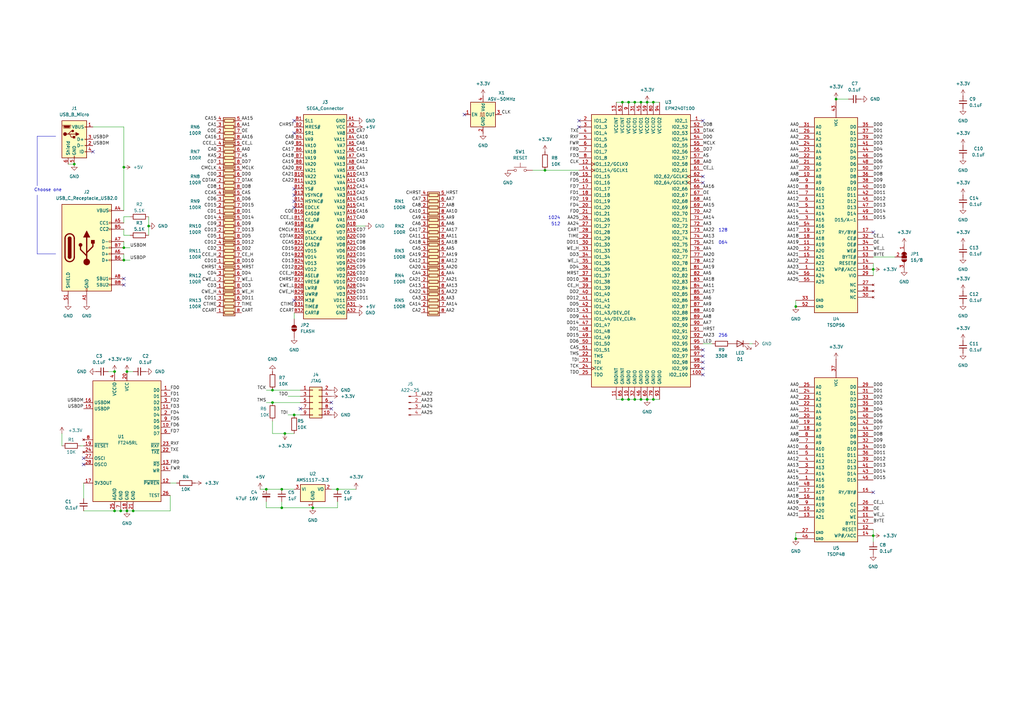
<source format=kicad_sch>
(kicad_sch (version 20250114) (generator "eeschema") (generator_version "9.0")
  (paper "A3")
  (title_block (date "2024-02-15") (company "JRBVZ"))
  (text "512" (at 229.87 92.71 0) (effects (font (size 1.27 1.27)) (justify right bottom)))
  (text "1024" (at 229.87 90.17 0) (effects (font (size 1.27 1.27)) (justify right bottom)))
  (text "128" (at 294.64 95.25 0) (effects (font (size 1.27 1.27)) (justify left bottom)))
  (text "064" (at 294.64 100.33 0) (effects (font (size 1.27 1.27)) (justify left bottom)))
  (text "256" (at 294.64 138.43 0) (effects (font (size 1.27 1.27)) (justify left bottom)))
  (text "Choose one" (at 13.97 78.74 0) (effects (font (size 1.27 1.27)) (justify left bottom)))
  (junction (at 262.89 41.91))
  (junction (at 358.14 219.71))
  (junction (at 342.9 40.64))
  (junction (at 257.81 163.83))
  (junction (at 54.61 209.55))
  (junction (at 52.07 209.55))
  (junction (at 260.35 41.91))
  (junction (at 30.48 67.31))
  (junction (at 115.57 200.66))
  (junction (at 115.57 208.28))
  (junction (at 111.76 165.1))
  (junction (at 120.65 170.18))
  (junction (at 128.27 208.28))
  (junction (at 49.53 209.55))
  (junction (at 50.8 68.58))
  (junction (at 265.43 163.83))
  (junction (at 50.8 101.6))
  (junction (at 326.39 125.73))
  (junction (at 138.43 200.66))
  (junction (at 358.14 110.49))
  (junction (at 255.27 41.91))
  (junction (at 265.43 41.91))
  (junction (at 46.99 152.4))
  (junction (at 223.52 69.85))
  (junction (at 267.97 41.91))
  (junction (at 262.89 163.83))
  (junction (at 111.76 160.02))
  (junction (at 116.84 177.8))
  (junction (at 326.39 220.98))
  (junction (at 267.97 163.83))
  (junction (at 257.81 41.91))
  (junction (at 109.22 200.66))
  (junction (at 52.07 152.4))
  (junction (at 60.96 92.71))
  (junction (at 260.35 163.83))
  (junction (at 255.27 163.83))
  (junction (at 46.99 209.55))
  (junction (at 50.8 106.68))
  (no_connect (at 288.29 49.53))
  (no_connect (at 190.5 46.99))
  (no_connect (at 120.65 54.61))
  (no_connect (at 38.1 62.23))
  (no_connect (at 288.29 146.05))
  (no_connect (at 288.29 153.67))
  (no_connect (at 288.29 148.59))
  (no_connect (at 358.14 95.25))
  (no_connect (at 135.89 167.64))
  (no_connect (at 288.29 143.51))
  (no_connect (at 120.65 77.47))
  (no_connect (at 120.65 123.19))
  (no_connect (at 120.65 80.01))
  (no_connect (at 237.49 52.07))
  (no_connect (at 120.65 82.55))
  (no_connect (at 358.14 201.93))
  (no_connect (at 50.8 116.84))
  (no_connect (at 135.89 165.1))
  (no_connect (at 288.29 74.93))
  (no_connect (at 120.65 49.53))
  (no_connect (at 237.49 49.53))
  (no_connect (at 123.19 167.64))
  (no_connect (at 120.65 85.09))
  (no_connect (at 288.29 151.13))
  (no_connect (at 34.29 187.96))
  (no_connect (at 50.8 114.3))
  (no_connect (at 288.29 72.39))
  (no_connect (at 34.29 190.5))
  (wire (pts (xy 116.84 177.8) (xy 120.65 177.8)))
  (wire (pts (xy 342.9 40.64) (xy 347.98 40.64)))
  (wire (pts (xy 358.14 217.17) (xy 358.14 219.71)))
  (wire (pts (xy 358.14 219.71) (xy 358.14 222.25)))
  (wire (pts (xy 138.43 205.74) (xy 138.43 208.28)))
  (wire (pts (xy 27.94 67.31) (xy 30.48 67.31)))
  (wire (pts (xy 257.81 163.83) (xy 260.35 163.83)))
  (wire (pts (xy 52.07 152.4) (xy 54.61 152.4)))
  (wire (pts (xy 358.14 110.49) (xy 358.14 113.03)))
  (wire (pts (xy 60.96 92.71) (xy 60.96 96.52)))
  (wire (pts (xy 69.85 209.55) (xy 54.61 209.55)))
  (wire (pts (xy 288.29 140.97) (xy 292.1 140.97)))
  (wire (pts (xy 138.43 200.66) (xy 146.05 200.66)))
  (wire (pts (xy 109.22 208.28) (xy 115.57 208.28)))
  (wire (pts (xy 106.68 200.66) (xy 109.22 200.66)))
  (polyline (pts (xy 15.24 55.88) (xy 22.86 55.88)))
  (wire (pts (xy 50.8 91.44) (xy 50.8 88.9)))
  (wire (pts (xy 60.96 88.9) (xy 60.96 92.71)))
  (wire (pts (xy 115.57 200.66) (xy 120.65 200.66)))
  (wire (pts (xy 118.11 170.18) (xy 120.65 170.18)))
  (wire (pts (xy 33.02 182.88) (xy 34.29 182.88)))
  (wire (pts (xy 111.76 172.72) (xy 111.76 177.8)))
  (wire (pts (xy 255.27 163.83) (xy 257.81 163.83)))
  (wire (pts (xy 255.27 41.91) (xy 257.81 41.91)))
  (wire (pts (xy 326.39 123.19) (xy 326.39 125.73)))
  (wire (pts (xy 50.8 96.52) (xy 53.34 96.52)))
  (wire (pts (xy 326.39 218.44) (xy 326.39 220.98)))
  (wire (pts (xy 25.4 177.8) (xy 25.4 182.88)))
  (wire (pts (xy 252.73 163.83) (xy 255.27 163.83)))
  (wire (pts (xy 38.1 52.07) (xy 50.8 52.07)))
  (wire (pts (xy 308.61 140.97) (xy 307.34 140.97)))
  (wire (pts (xy 115.57 208.28) (xy 128.27 208.28)))
  (wire (pts (xy 260.35 41.91) (xy 262.89 41.91)))
  (wire (pts (xy 120.65 170.18) (xy 123.19 170.18)))
  (wire (pts (xy 223.52 69.85) (xy 237.49 69.85)))
  (wire (pts (xy 358.14 105.41) (xy 367.03 105.41)))
  (polyline (pts (xy 15.24 104.14) (xy 22.86 104.14)))
  (wire (pts (xy 257.81 41.91) (xy 260.35 41.91)))
  (wire (pts (xy 52.07 209.55) (xy 54.61 209.55)))
  (wire (pts (xy 109.22 165.1) (xy 111.76 165.1)))
  (polyline (pts (xy 15.24 76.2) (xy 15.24 55.88)))
  (wire (pts (xy 218.44 69.85) (xy 223.52 69.85)))
  (wire (pts (xy 50.8 68.58) (xy 50.8 86.36)))
  (wire (pts (xy 34.29 209.55) (xy 46.99 209.55)))
  (wire (pts (xy 46.99 209.55) (xy 49.53 209.55)))
  (wire (pts (xy 267.97 41.91) (xy 270.51 41.91)))
  (wire (pts (xy 358.14 110.49) (xy 358.14 107.95)))
  (wire (pts (xy 267.97 163.83) (xy 270.51 163.83)))
  (wire (pts (xy 265.43 41.91) (xy 267.97 41.91)))
  (wire (pts (xy 53.34 101.6) (xy 50.8 101.6)))
  (wire (pts (xy 53.34 106.68) (xy 50.8 106.68)))
  (wire (pts (xy 50.8 52.07) (xy 50.8 68.58)))
  (wire (pts (xy 262.89 163.83) (xy 265.43 163.83)))
  (wire (pts (xy 50.8 93.98) (xy 50.8 96.52)))
  (wire (pts (xy 50.8 88.9) (xy 53.34 88.9)))
  (wire (pts (xy 265.43 163.83) (xy 267.97 163.83)))
  (wire (pts (xy 252.73 41.91) (xy 255.27 41.91)))
  (wire (pts (xy 49.53 209.55) (xy 52.07 209.55)))
  (wire (pts (xy 111.76 160.02) (xy 123.19 160.02)))
  (wire (pts (xy 118.11 162.56) (xy 123.19 162.56)))
  (wire (pts (xy 138.43 208.28) (xy 128.27 208.28)))
  (wire (pts (xy 50.8 101.6) (xy 50.8 99.06)))
  (wire (pts (xy 34.29 198.12) (xy 34.29 204.47)))
  (wire (pts (xy 50.8 106.68) (xy 50.8 104.14)))
  (wire (pts (xy 120.65 128.27) (xy 120.65 130.81)))
  (wire (pts (xy 69.85 198.12) (xy 72.39 198.12)))
  (wire (pts (xy 115.57 205.74) (xy 115.57 208.28)))
  (polyline (pts (xy 15.24 80.01) (xy 15.24 104.14)))
  (wire (pts (xy 44.45 152.4) (xy 46.99 152.4)))
  (wire (pts (xy 260.35 163.83) (xy 262.89 163.83)))
  (wire (pts (xy 149.86 92.71) (xy 146.05 92.71)))
  (wire (pts (xy 111.76 165.1) (xy 123.19 165.1)))
  (wire (pts (xy 262.89 41.91) (xy 265.43 41.91)))
  (wire (pts (xy 111.76 177.8) (xy 116.84 177.8)))
  (wire (pts (xy 109.22 160.02) (xy 111.76 160.02)))
  (wire (pts (xy 109.22 205.74) (xy 109.22 208.28)))
  (wire (pts (xy 69.85 203.2) (xy 69.85 209.55)))
  (wire (pts (xy 109.22 200.66) (xy 115.57 200.66)))
  (wire (pts (xy 135.89 200.66) (xy 138.43 200.66)))
  (label "FD3" (at 237.49 64.77 180))
  (label "CD3" (at 146.05 120.65 0))
  (label "DD4" (at 237.49 110.49 180))
  (label "COE" (at 120.65 87.63 180))
  (label "DD12" (at 237.49 123.19 180))
  (label "CHRST" (at 172.72 80.01 180))
  (label "CA17" (at 120.65 62.23 180))
  (label "AA23" (at 172.72 165.1 0))
  (label "FD2" (at 69.85 165.1 0))
  (label "AA5" (at 288.29 113.03 0))
  (label "AA21" (at 327.66 212.09 180))
  (label "CE_H" (at 237.49 118.11 180))
  (label "DD1" (at 99.06 87.63 0))
  (label "DD4" (at 358.14 62.23 0))
  (label "CD8" (at 88.9 77.47 180))
  (label "HRST" (at 288.29 135.89 0))
  (label "AA14" (at 182.88 125.73 0))
  (label "CD14" (at 88.9 90.17 180))
  (label "CD2" (at 146.05 113.03 0))
  (label "AA21" (at 288.29 100.33 0))
  (label "CA16" (at 88.9 57.15 180))
  (label "AA25" (at 237.49 90.17 180))
  (label "FD4" (at 237.49 85.09 180))
  (label "AA12" (at 327.66 189.23 180))
  (label "MRST" (at 99.06 110.49 0))
  (label "FWR" (at 237.49 59.69 180))
  (label "DD10" (at 358.14 77.47 0))
  (label "AA15" (at 327.66 196.85 180))
  (label "DD14" (at 358.14 87.63 0))
  (label "CD2" (at 88.9 102.87 180))
  (label "DD10" (at 237.49 115.57 180))
  (label "CD7" (at 146.05 95.25 0))
  (label "RXF" (at 69.85 182.88 0))
  (label "CART" (at 99.06 128.27 0))
  (label "COE" (at 88.9 54.61 180))
  (label "DD6" (at 358.14 67.31 0))
  (label "CD9" (at 146.05 107.95 0))
  (label "AA25" (at 172.72 170.18 0))
  (label "CD15" (at 120.65 102.87 180))
  (label "DD11" (at 358.14 80.01 0))
  (label "DD13" (at 358.14 191.77 0))
  (label "AS" (at 288.29 64.77 0))
  (label "AA10" (at 327.66 184.15 180))
  (label "CWE_L" (at 88.9 115.57 180))
  (label "FD5" (at 69.85 172.72 0))
  (label "DD7" (at 99.06 67.31 0))
  (label "DD9" (at 237.49 130.81 180))
  (label "CD7" (at 88.9 67.31 180))
  (label "TXE" (at 237.49 54.61 180))
  (label "AA0" (at 327.66 52.07 180))
  (label "AA17" (at 327.66 95.25 180))
  (label "CA21" (at 172.72 115.57 180))
  (label "CART" (at 237.49 95.25 180))
  (label "WE_L" (at 99.06 115.57 0))
  (label "AA1" (at 327.66 54.61 180))
  (label "DD11" (at 99.06 123.19 0))
  (label "CCART" (at 120.65 128.27 180))
  (label "CD13" (at 120.65 107.95 180))
  (label "AA2" (at 327.66 163.83 180))
  (label "CA0" (at 146.05 90.17 0))
  (label "AA3" (at 288.29 92.71 0))
  (label "RXF" (at 237.49 57.15 180))
  (label "CCE_L" (at 120.65 90.17 180))
  (label "AA3" (at 182.88 123.19 0))
  (label "AA6" (at 182.88 92.71 0))
  (label "AA19" (at 327.66 100.33 180))
  (label "FRD" (at 69.85 190.5 0))
  (label "CA9" (at 172.72 90.17 180))
  (label "DTAK" (at 288.29 54.61 0))
  (label "CD9" (at 88.9 92.71 180))
  (label "MCLK" (at 99.06 69.85 0))
  (label "CHRST" (at 120.65 52.07 180))
  (label "CD4" (at 88.9 113.03 180))
  (label "CA11" (at 146.05 62.23 0))
  (label "FD6" (at 237.49 72.39 180))
  (label "CA15" (at 146.05 82.55 0))
  (label "DD3" (at 99.06 118.11 0))
  (label "DD6" (at 237.49 140.97 180))
  (label "AA9" (at 327.66 181.61 180))
  (label "DD5" (at 237.49 125.73 180))
  (label "BYTE" (at 358.14 214.63 0))
  (label "CA17" (at 172.72 95.25 180))
  (label "CA3" (at 146.05 74.93 0))
  (label "CCAS" (at 120.65 100.33 180))
  (label "AA13" (at 182.88 118.11 0))
  (label "DD8" (at 288.29 52.07 0))
  (label "CD0" (at 88.9 72.39 180))
  (label "AA11" (at 182.88 97.79 0))
  (label "FD7" (at 237.49 77.47 180))
  (label "FWR" (at 69.85 193.04 0))
  (label "AA15" (at 288.29 85.09 0))
  (label "TDO" (at 118.11 162.56 180))
  (label "AA23" (at 288.29 138.43 0))
  (label "AA22" (at 327.66 107.95 180))
  (label "AA7" (at 288.29 133.35 0))
  (label "DD12" (at 358.14 189.23 0))
  (label "FD0" (at 69.85 160.02 0))
  (label "CA5" (at 172.72 102.87 180))
  (label "DD0" (at 99.06 72.39 0))
  (label "AA8" (at 327.66 72.39 180))
  (label "CA6" (at 146.05 59.69 0))
  (label "AA23" (at 327.66 110.49 180))
  (label "CMRST" (at 88.9 110.49 180))
  (label "DD6" (at 99.06 82.55 0))
  (label "AA6" (at 288.29 123.19 0))
  (label "AA3" (at 327.66 59.69 180))
  (label "AA2" (at 182.88 128.27 0))
  (label "TDO" (at 237.49 153.67 180))
  (label "DD0" (at 358.14 52.07 0))
  (label "DD7" (at 288.29 62.23 0))
  (label "FD5" (at 237.49 74.93 180))
  (label "AA16" (at 327.66 199.39 180))
  (label "AA16" (at 288.29 77.47 0))
  (label "AA12" (at 182.88 107.95 0))
  (label "DD8" (at 358.14 179.07 0))
  (label "AA7" (at 327.66 176.53 180))
  (label "CCAS" (at 88.9 80.01 180))
  (label "AA10" (at 327.66 77.47 180))
  (label "AA2" (at 288.29 87.63 0))
  (label "AA20" (at 327.66 209.55 180))
  (label "OE" (at 99.06 54.61 0))
  (label "AA12" (at 288.29 107.95 0))
  (label "AA5" (at 182.88 102.87 0))
  (label "CE_L" (at 99.06 59.69 0))
  (label "CA1" (at 88.9 52.07 180))
  (label "AA24" (at 237.49 92.71 180))
  (label "CA19" (at 120.65 67.31 180))
  (label "DD2" (at 358.14 163.83 0))
  (label "DD14" (at 358.14 194.31 0))
  (label "DD1" (at 358.14 161.29 0))
  (label "CA10" (at 172.72 87.63 180))
  (label "FD3" (at 69.85 167.64 0))
  (label "CTIME" (at 120.65 125.73 180))
  (label "CD12" (at 88.9 100.33 180))
  (label "DD0" (at 288.29 57.15 0))
  (label "CMCLK" (at 120.65 95.25 180))
  (label "CD12" (at 120.65 110.49 180))
  (label "DD13" (at 358.14 85.09 0))
  (label "FD0" (at 237.49 87.63 180))
  (label "FD6" (at 69.85 175.26 0))
  (label "CA3" (at 172.72 123.19 180))
  (label "AA5" (at 327.66 64.77 180))
  (label "CD5" (at 146.05 110.49 0))
  (label "CE_L" (at 358.14 207.01 0))
  (label "AA18" (at 182.88 100.33 0))
  (label "CWE_H" (at 120.65 120.65 180))
  (label "DD7" (at 358.14 69.85 0))
  (label "CA13" (at 146.05 72.39 0))
  (label "AA7" (at 182.88 82.55 0))
  (label "AA10" (at 288.29 128.27 0))
  (label "AA20" (at 288.29 105.41 0))
  (label "CD8" (at 146.05 100.33 0))
  (label "MRST" (at 237.49 113.03 180))
  (label "CA6" (at 172.72 92.71 180))
  (label "USBDP" (at 53.34 106.68 0))
  (label "CD13" (at 88.9 95.25 180))
  (label "AA0" (at 288.29 67.31 0))
  (label "AA8" (at 327.66 179.07 180))
  (label "AA0" (at 327.66 158.75 180))
  (label "CD1" (at 146.05 105.41 0))
  (label "CAS" (at 237.49 143.51 180))
  (label "WE_L" (at 358.14 212.09 0))
  (label "CA13" (at 172.72 118.11 180))
  (label "CA11" (at 172.72 97.79 180))
  (label "KAS" (at 120.65 92.71 180))
  (label "CA14" (at 172.72 125.73 180))
  (label "TIME" (at 99.06 125.73 0))
  (label "CLK" (at 205.74 46.99 0))
  (label "AA25" (at 327.66 115.57 180))
  (label "CA20" (at 120.65 69.85 180))
  (label "AA13" (at 327.66 85.09 180))
  (label "DD10" (at 358.14 184.15 0))
  (label "CD3" (at 88.9 118.11 180))
  (label "AA16" (at 327.66 92.71 180))
  (label "AA4" (at 327.66 168.91 180))
  (label "OE" (at 358.14 100.33 0))
  (label "CA12" (at 146.05 67.31 0))
  (label "CA8" (at 120.65 57.15 180))
  (label "CD4" (at 146.05 118.11 0))
  (label "CD5" (at 88.9 97.79 180))
  (label "CA1" (at 146.05 85.09 0))
  (label "BYTE" (at 358.14 105.41 0))
  (label "AA19" (at 327.66 207.01 180))
  (label "CA18" (at 172.72 100.33 180))
  (label "DD1" (at 237.49 135.89 180))
  (label "AA9" (at 327.66 74.93 180))
  (label "CD15" (at 88.9 85.09 180))
  (label "CE_L" (at 358.14 97.79 0))
  (label "CDTAK" (at 88.9 74.93 180))
  (label "AA4" (at 182.88 113.03 0))
  (label "CA2" (at 172.72 128.27 180))
  (label "CLK" (at 237.49 67.31 180))
  (label "AA5" (at 327.66 171.45 180))
  (label "AA21" (at 182.88 115.57 0))
  (label "DD8" (at 358.14 72.39 0))
  (label "CA4" (at 172.72 113.03 180))
  (label "WE_H" (at 237.49 102.87 180))
  (label "CD14" (at 120.65 105.41 180))
  (label "DD2" (at 237.49 120.65 180))
  (label "AA1" (at 288.29 82.55 0))
  (label "DD5" (at 99.06 97.79 0))
  (label "DD13" (at 237.49 128.27 180))
  (label "AA13" (at 327.66 191.77 180))
  (label "AA11" (at 327.66 186.69 180))
  (label "WE_L" (at 358.14 102.87 0))
  (label "CA10" (at 146.05 57.15 0))
  (label "CD11" (at 146.05 123.19 0))
  (label "DD13" (at 99.06 95.25 0))
  (label "USBDM" (at 38.1 59.69 0))
  (label "AA13" (at 288.29 97.79 0))
  (label "CA8" (at 172.72 85.09 180))
  (label "AA4" (at 327.66 62.23 180))
  (label "TDI" (at 118.11 170.18 180))
  (label "WE_L" (at 237.49 107.95 180))
  (label "CWE_L" (at 120.65 118.11 180))
  (label "AA20" (at 182.88 110.49 0))
  (label "DD2" (at 358.14 57.15 0))
  (label "CD0" (at 146.05 97.79 0))
  (label "DTAK" (at 99.06 74.93 0))
  (label "TIME" (at 237.49 97.79 180))
  (label "DD0" (at 358.14 158.75 0))
  (label "AA20" (at 327.66 102.87 180))
  (label "AA8" (at 182.88 85.09 0))
  (label "FD7" (at 69.85 177.8 0))
  (label "DD4" (at 358.14 168.91 0))
  (label "DD7" (at 358.14 176.53 0))
  (label "CCART" (at 88.9 128.27 180))
  (label "DD15" (at 237.49 138.43 180))
  (label "AA24" (at 172.72 167.64 0))
  (label "DD15" (at 99.06 85.09 0))
  (label "DD11" (at 237.49 100.33 180))
  (label "TDI" (at 237.49 148.59 180))
  (label "CA5" (at 146.05 64.77 0))
  (label "AA6" (at 327.66 173.99 180))
  (label "USBDM" (at 34.29 165.1 180))
  (label "CAS" (at 99.06 80.01 0))
  (label "AA11" (at 327.66 80.01 180))
  (label "AA14" (at 288.29 90.17 0))
  (label "FD4" (at 69.85 170.18 0))
  (label "DD12" (at 99.06 100.33 0))
  (label "AA1" (at 99.06 52.07 0))
  (label "AA15" (at 327.66 90.17 180))
  (label "DD6" (at 358.14 173.99 0))
  (label "AA15" (at 99.06 49.53 0))
  (label "TCK" (at 237.49 151.13 180))
  (label "AA6" (at 327.66 67.31 180))
  (label "OE" (at 288.29 80.01 0))
  (label "DD15" (at 358.14 90.17 0))
  (label "DD9" (at 99.06 92.71 0))
  (label "CA22" (at 172.72 120.65 180))
  (label "AA1" (at 327.66 161.29 180))
  (label "CCE_H" (at 88.9 105.41 180))
  (label "DD14" (at 99.06 90.17 0))
  (label "DD8" (at 99.06 77.47 0))
  (label "USBDP" (at 38.1 57.15 0))
  (label "AA14" (at 327.66 194.31 180))
  (label "DD10" (at 99.06 107.95 0))
  (label "CA21" (at 120.65 72.39 180))
  (label "CA7" (at 146.05 54.61 0))
  (label "CA22" (at 120.65 74.93 180))
  (label "AA14" (at 327.66 87.63 180))
  (label "AA22" (at 288.29 95.25 0))
  (label "TMS" (at 237.49 146.05 180))
  (label "DD1" (at 358.14 54.61 0))
  (label "DD11" (at 358.14 186.69 0))
  (label "CA0" (at 88.9 62.23 180))
  (label "WE_H" (at 99.06 120.65 0))
  (label "DD3" (at 237.49 105.41 180))
  (label "AA4" (at 288.29 102.87 0))
  (label "DD5" (at 358.14 171.45 0))
  (label "DD9" (at 358.14 181.61 0))
  (label "AA22" (at 182.88 120.65 0))
  (label "USBDP" (at 34.29 167.64 180))
  (label "CA12" (at 172.72 107.95 180))
  (label "DD3" (at 358.14 59.69 0))
  (label "CE_H" (at 99.06 105.41 0))
  (label "CA18" (at 120.65 64.77 180))
  (label "CE_L" (at 288.29 69.85 0))
  (label "AA0" (at 99.06 62.23 0))
  (label "LED" (at 288.29 140.97 0))
  (label "AA2" (at 327.66 57.15 180))
  (label "CD6" (at 146.05 102.87 0))
  (label "CA2" (at 146.05 80.01 0))
  (label "CA15" (at 88.9 49.53 180))
  (label "AA18" (at 327.66 97.79 180))
  (label "AA24" (at 327.66 113.03 180))
  (label "DD2" (at 99.06 102.87 0))
  (label "AA9" (at 288.29 125.73 0))
  (label "DD9" (at 358.14 74.93 0))
  (label "CA9" (at 120.65 59.69 180))
  (label "FD1" (at 69.85 162.56 0))
  (label "CA7" (at 172.72 82.55 180))
  (label "AA18" (at 327.66 204.47 180))
  (label "OE" (at 358.14 209.55 0))
  (label "DD3" (at 358.14 166.37 0))
  (label "DD4" (at 99.06 113.03 0))
  (label "DD15" (at 358.14 196.85 0))
  (label "DD12" (at 358.14 82.55 0))
  (label "AA9" (at 182.88 90.17 0))
  (label "CD6" (at 88.9 82.55 180))
  (label "TMS" (at 109.22 165.1 180))
  (label "AA16" (at 99.06 57.15 0))
  (label "AA18" (at 288.29 115.57 0))
  (label "AA12" (at 327.66 82.55 180))
  (label "CA19" (at 172.72 105.41 180))
  (label "AA19" (at 288.29 110.49 0))
  (label "AA11" (at 288.29 118.11 0))
  (label "CD1" (at 88.9 87.63 180))
  (label "KAS" (at 88.9 64.77 180))
  (label "DD5" (at 358.14 64.77 0))
  (label "AA10" (at 182.88 87.63 0))
  (label "FD1" (at 237.49 80.01 180))
  (label "AA3" (at 327.66 166.37 180))
  (label "HRST" (at 182.88 80.01 0))
  (label "AA17" (at 182.88 95.25 0))
  (label "AA17" (at 327.66 201.93 180))
  (label "CMCLK" (at 88.9 69.85 180))
  (label "CTIME" (at 88.9 125.73 180))
  (label "CD10" (at 88.9 107.95 180))
  (label "CCE_L" (at 88.9 59.69 180))
  (label "CWE_H" (at 88.9 120.65 180))
  (label "CA14" (at 146.05 77.47 0))
  (label "AA8" (at 288.29 130.81 0))
  (label "CD11" (at 88.9 123.19 180))
  (label "MCLK" (at 288.29 59.69 0))
  (label "CDTAK" (at 120.65 97.79 180))
  (label "CA20" (at 172.72 110.49 180))
  (label "FRD" (at 237.49 62.23 180))
  (label "AA21" (at 327.66 105.41 180))
  (label "FD2" (at 237.49 82.55 180))
  (label "CMRST" (at 120.65 115.57 180))
  (label "AA22" (at 172.72 162.56 0))
  (label "TXE" (at 69.85 185.42 0))
  (label "CA16" (at 146.05 87.63 0))
  (label "CD10" (at 146.05 115.57 0))
  (label "TCK" (at 109.22 160.02 180))
  (label "CA4" (at 146.05 69.85 0))
  (label "AA17" (at 288.29 120.65 0))
  (label "DD14" (at 237.49 133.35 180))
  (label "USBDM" (at 53.34 101.6 0))
  (label "CCE_H" (at 120.65 113.03 180))
  (label "AA19" (at 182.88 105.41 0))
  (label "AS" (at 99.06 64.77 0))
  (label "AA7" (at 327.66 69.85 180))
  (symbol (lib_id "power:+3.3V") (at 394.97 39.37 0) (unit 1)
    (property "Reference" "#PWR045" (effects (hide yes)))
    (property "Value" "+3.3V" (at 394.97 34.29 0))
  )
  (symbol (lib_id "Device:C_Small") (at 41.91 152.4 90) (unit 1)
    (property "Reference" "C3" (at 40.64 146.05 90))
    (property "Value" "0.1uF" (at 40.64 148.59 90))
    (property "Footprint" "Capacitor_SMD:C_0603_1608Metric" (effects (hide yes)))
  )
  (symbol (lib_id "Device:R_Pack04") (at 177.8 113.03 270) (mirror x) (unit 1)
    (property "Reference" "RN4" (at 163.83 113.03 90))
    (property "Value" "100R" (at 163.83 115.57 90))
    (property "Footprint" "Resistor_SMD:R_Array_Convex_4x0603" (effects (hide yes)))
  )
  (symbol (lib_id "power:GND") (at 198.12 54.61 0) (unit 1)
    (property "Reference" "#PWR029" (effects (hide yes)))
    (property "Value" "GND" (at 198.12 59.69 0))
  )
  (symbol (lib_id "SEGAv2:FT245RL") (at 52.07 182.88 0) (unit 1)
    (property "Reference" "U1" (at 48.26 179.07 0) (effects (justify left)))
    (property "Value" "FT245RL" (at 48.26 181.61 0) (effects (justify left)))
    (property "Footprint" "Package_SO:SSOP-28_5.3x10.2mm_P0.65mm" (effects (hide yes)))
    (property "Datasheet" "https://www.ftdichip.com/Support/Documents/DataSheets/ICs/DS_FT245RL.pdf" (effects (hide yes)))
  )
  (symbol (lib_id "power:GND") (at 146.05 128.27 90) (unit 1)
    (property "Reference" "#PWR025" (effects (hide yes)))
    (property "Value" "GND" (at 149.86 128.27 90) (effects (justify right)))
  )
  (symbol (lib_id "Device:R") (at 111.76 156.21 0) (unit 1)
    (property "Reference" "R7" (at 114.3 154.9399 0) (effects (justify left)))
    (property "Value" "10K" (at 114.3 157.4799 0) (effects (justify left)))
    (property "Footprint" "Resistor_SMD:R_0805_2012Metric" (effects (hide yes)))
  )
  (symbol (lib_id "power:+3.3V") (at 394.97 100.33 0) (unit 1)
    (property "Reference" "#PWR051" (effects (hide yes)))
    (property "Value" "+3.3V" (at 394.97 95.25 0))
  )
  (symbol (lib_id "Device:R_Pack04") (at 93.98 72.39 270) (mirror x) (unit 1)
    (property "Reference" "RN8" (at 80.01 72.39 90))
    (property "Value" "100R" (at 80.01 74.93 90))
    (property "Footprint" "Resistor_SMD:R_Array_Convex_4x0603" (effects (hide yes)))
  )
  (symbol (lib_id "power:GND") (at 59.69 152.4 90) (unit 1)
    (property "Reference" "#PWR010" (effects (hide yes)))
    (property "Value" "GND" (at 63.5 152.4 90) (effects (justify right)))
  )
  (symbol (lib_id "power:+3.3V") (at 358.14 110.49 270) (unit 1)
    (property "Reference" "#PWR040" (effects (hide yes)))
    (property "Value" "+3.3V" (at 361.95 110.49 90) (effects (justify left)))
  )
  (symbol (lib_id "CPLD_Altera:EPM240T100") (at 262.89 102.87 0) (unit 1)
    (property "Reference" "U3" (at 272.7041 41.91 0) (effects (justify left)))
    (property "Value" "EPM240T100" (at 272.7041 44.45 0) (effects (justify left)))
    (property "Footprint" "Package_QFP:LQFP-100_14x14mm_P0.5mm" (effects (hide yes)))
    (property "Datasheet" "https://www.altera.com/content/dam/altera-www/global/en_US/pdfs/literature/hb/max2/max2_mii5v1.pdf" (effects (hide yes)))
  )
  (symbol (lib_id "power:GND") (at 27.94 124.46 0) (unit 1)
    (property "Reference" "#PWR02" (effects (hide yes)))
    (property "Value" "GND" (at 27.94 129.54 0))
  )
  (symbol (lib_id "Jumper:SolderJumper_3_Bridged12") (at 370.84 105.41 270) (unit 1) (in_bom no)
    (property "Reference" "JP1" (at 373.38 104.14 90) (effects (justify left)))
    (property "Value" "16/8" (at 373.38 106.68 90) (effects (justify left)))
    (property "Footprint" "Jumper:SolderJumper-3_P1.3mm_Bridged12_RoundedPad1.0x1.5mm" (effects (hide yes)))
  )
  (symbol (lib_id "Device:R_Pack04") (at 177.8 123.19 270) (mirror x) (unit 1)
    (property "Reference" "RN5" (at 163.83 123.19 90))
    (property "Value" "100R" (at 163.83 125.73 90))
    (property "Footprint" "Resistor_SMD:R_Array_Convex_4x0603" (effects (hide yes)))
  )
  (symbol (lib_id "Device:C_Small") (at 115.57 203.2 0) (unit 1)
    (property "Reference" "C5" (at 118.11 201.9362 0) (effects (justify left)))
    (property "Value" "1uF" (at 118.11 204.4762 0) (effects (justify left)))
    (property "Footprint" "Capacitor_SMD:C_0805_2012Metric" (effects (hide yes)))
  )
  (symbol (lib_id "power:GND") (at 326.39 125.73 0) (unit 1)
    (property "Reference" "#PWR035" (effects (hide yes)))
    (property "Value" "GND" (at 326.39 130.81 0))
  )
  (symbol (lib_id "Device:R_Pack04") (at 93.98 82.55 270) (mirror x) (unit 1)
    (property "Reference" "RN9" (at 80.01 82.55 90))
    (property "Value" "100R" (at 80.01 85.09 90))
    (property "Footprint" "Resistor_SMD:R_Array_Convex_4x0603" (effects (hide yes)))
  )
  (symbol (lib_id "power:GND") (at 30.48 67.31 0) (unit 1)
    (property "Reference" "#PWR03" (effects (hide yes)))
    (property "Value" "GND" (at 30.48 72.39 0))
  )
  (symbol (lib_id "power:GND") (at 326.39 220.98 0) (unit 1)
    (property "Reference" "#PWR036" (effects (hide yes)))
    (property "Value" "GND" (at 326.39 226.06 0))
  )
  (symbol (lib_id "Device:R_Pack04") (at 177.8 92.71 270) (mirror x) (unit 1)
    (property "Reference" "RN2" (at 163.83 92.71 90))
    (property "Value" "100R" (at 163.83 95.25 90))
    (property "Footprint" "Resistor_SMD:R_Array_Convex_4x0603" (effects (hide yes)))
  )
  (symbol (lib_id "power:+3.3V") (at 80.01 198.12 270) (unit 1)
    (property "Reference" "#PWR012" (effects (hide yes)))
    (property "Value" "+3.3V" (at 83.82 198.12 90) (effects (justify left)))
  )
  (symbol (lib_id "power:+3.3V") (at 342.9 40.64 0) (unit 1)
    (property "Reference" "#PWR037" (effects (hide yes)))
    (property "Value" "+3.3V" (at 342.9 35.56 0))
  )
  (symbol (lib_id "Device:R_Pack04") (at 93.98 113.03 270) (mirror x) (unit 1)
    (property "Reference" "RN12" (at 80.01 113.03 90))
    (property "Value" "100R" (at 80.01 115.57 90))
    (property "Footprint" "Resistor_SMD:R_Array_Convex_4x0603" (effects (hide yes)))
  )
  (symbol (lib_id "power:+3.3V") (at 394.97 119.38 0) (unit 1)
    (property "Reference" "#PWR053" (effects (hide yes)))
    (property "Value" "+3.3V" (at 394.97 114.3 0))
  )
  (symbol (lib_id "Device:C_Polarized_Small") (at 109.22 203.2 0) (unit 1)
    (property "Reference" "C4" (at 102.87 201.93 0) (effects (justify left)))
    (property "Value" "47uF 16V" (at 96.52 204.47 0) (effects (justify left)))
    (property "Footprint" "Capacitor_THT:CP_Radial_D5.0mm_P2.00mm" (effects (hide yes)))
  )
  (symbol (lib_id "power:+3.3V") (at 198.12 39.37 0) (unit 1)
    (property "Reference" "#PWR028" (effects (hide yes)))
    (property "Value" "+3.3V" (at 198.12 34.29 0))
  )
  (symbol (lib_id "power:GND") (at 208.28 69.85 0) (unit 1)
    (property "Reference" "#PWR030" (effects (hide yes)))
    (property "Value" "GND" (at 208.28 74.93 0))
  )
  (symbol (lib_id "power:+3.3V") (at 135.89 162.56 270) (unit 1)
    (property "Reference" "#PWR020" (effects (hide yes)))
    (property "Value" "+3.3V" (at 139.7 162.56 90) (effects (justify left)))
  )
  (symbol (lib_id "Device:C_Small") (at 358.14 224.79 180) (unit 1)
    (property "Reference" "C8" (at 360.68 223.5135 0) (effects (justify right)))
    (property "Value" "0.1uF" (at 360.68 226.0535 0) (effects (justify right)))
    (property "Footprint" "Capacitor_SMD:C_0603_1608Metric" (effects (hide yes)))
  )
  (symbol (lib_id "power:+5V") (at 146.05 125.73 270) (unit 1)
    (property "Reference" "#PWR024" (effects (hide yes)))
    (property "Value" "+5V" (at 149.86 125.73 90) (effects (justify left)))
  )
  (symbol (lib_id "Device:R") (at 120.65 173.99 0) (unit 1)
    (property "Reference" "R5" (at 121.92 172.72 0) (effects (justify left)))
    (property "Value" "10K" (at 121.92 175.26 0) (effects (justify left)))
    (property "Footprint" "Resistor_SMD:R_0805_2012Metric" (effects (hide yes)))
  )
  (symbol (lib_id "power:GND") (at 394.97 44.45 0) (unit 1)
    (property "Reference" "#PWR046" (effects (hide yes)))
    (property "Value" "GND" (at 394.97 49.53 0))
  )
  (symbol (lib_id "Jumper:SolderJumper_2_Open") (at 120.65 134.62 90) (unit 1) (in_bom no)
    (property "Reference" "JP2" (at 123.19 133.3499 90) (effects (justify right)))
    (property "Value" "FLASH" (at 123.19 135.8899 90) (effects (justify right)))
    (property "Footprint" "Jumper:SolderJumper-2_P1.3mm_Open_RoundedPad1.0x1.5mm" (effects (hide yes)))
    (property "Description" "Solder Jumper, 2-pole, open" (effects (hide yes)))
  )
  (symbol (lib_id "power:+3.3V") (at 25.4 177.8 0) (unit 1)
    (property "Reference" "#PWR01" (effects (hide yes)))
    (property "Value" "+3.3V" (at 27.94 176.53 0) (effects (justify left)))
  )
  (symbol (lib_id "power:GND") (at 394.97 124.46 0) (unit 1)
    (property "Reference" "#PWR054" (effects (hide yes)))
    (property "Value" "GND" (at 394.97 129.54 0))
  )
  (symbol (lib_id "power:GND") (at 135.89 170.18 90) (unit 1)
    (property "Reference" "#PWR021" (effects (hide yes)))
    (property "Value" "GND" (at 139.7 170.18 90) (effects (justify right)))
  )
  (symbol (lib_id "Oscillator:ASV-xxxMHz") (at 198.12 46.99 0) (unit 1)
    (property "Reference" "X1" (at 205.74 38.1 0))
    (property "Value" "ASV-50MHz" (at 205.74 40.64 0))
    (property "Footprint" "Oscillator:Oscillator_SMD_Abracon_ASV-4Pin_7.0x5.1mm" (effects (hide yes)))
    (property "Datasheet" "http://www.abracon.com/Oscillators/ASV.pdf" (effects (hide yes)))
  )
  (symbol (lib_id "Connector_Generic:Conn_02x05_Odd_Even") (at 128.27 165.1 0) (unit 1) (in_bom no)
    (property "Reference" "J4" (at 129.54 153.67 0))
    (property "Value" "JTAG" (at 129.54 156.21 0))
    (property "Footprint" "Connector_PinHeader_2.54mm:PinHeader_2x05_P2.54mm_Vertical" (effects (hide yes)))
  )
  (symbol (lib_id "power:+3.3V") (at 394.97 59.69 0) (unit 1)
    (property "Reference" "#PWR047" (effects (hide yes)))
    (property "Value" "+3.3V" (at 394.97 54.61 0))
  )
  (symbol (lib_id "power:+5V") (at 146.05 52.07 270) (unit 1)
    (property "Reference" "#PWR023" (effects (hide yes)))
    (property "Value" "+5V" (at 149.86 52.07 90) (effects (justify left)))
  )
  (symbol (lib_id "Device:C_Small") (at 394.97 41.91 0) (unit 1)
    (property "Reference" "C9" (at 397.51 40.6462 0) (effects (justify left)))
    (property "Value" "0.1uF" (at 397.51 43.1862 0) (effects (justify left)))
    (property "Footprint" "Capacitor_SMD:C_0603_1608Metric" (effects (hide yes)))
  )
  (symbol (lib_id "power:GND") (at 394.97 64.77 0) (unit 1)
    (property "Reference" "#PWR048" (effects (hide yes)))
    (property "Value" "GND" (at 394.97 69.85 0))
  )
  (symbol (lib_id "power:GND") (at 265.43 163.83 0) (unit 1)
    (property "Reference" "#PWR033" (effects (hide yes)))
    (property "Value" "GND" (at 265.43 168.91 0))
  )
  (symbol (lib_id "Device:R") (at 29.21 182.88 90) (unit 1)
    (property "Reference" "R1" (at 29.21 180.34 90))
    (property "Value" "10K" (at 29.21 185.42 90))
    (property "Footprint" "Resistor_SMD:R_0805_2012Metric" (effects (hide yes)))
  )
  (symbol (lib_id "Device:R") (at 111.76 168.91 0) (unit 1)
    (property "Reference" "R6" (at 106.68 167.64 0) (effects (justify left)))
    (property "Value" "10K" (at 106.68 170.18 0) (effects (justify left)))
    (property "Footprint" "Resistor_SMD:R_0805_2012Metric" (effects (hide yes)))
  )
  (symbol (lib_id "power:+3.3V") (at 46.99 152.4 0) (unit 1)
    (property "Reference" "#PWR06" (effects (hide yes)))
    (property "Value" "+3.3V" (at 46.99 147.32 0))
  )
  (symbol (lib_id "power:+5V") (at 52.07 152.4 0) (unit 1)
    (property "Reference" "#PWR08" (effects (hide yes)))
    (property "Value" "+5V" (at 52.07 147.32 0))
  )
  (symbol (lib_id "power:+3.3V") (at 358.14 219.71 270) (unit 1)
    (property "Reference" "#PWR041" (effects (hide yes)))
    (property "Value" "+3.3V" (at 361.95 219.71 90) (effects (justify left)))
  )
  (symbol (lib_id "power:GND") (at 394.97 105.41 0) (unit 1)
    (property "Reference" "#PWR052" (effects (hide yes)))
    (property "Value" "GND" (at 394.97 110.49 0))
  )
  (symbol (lib_id "Regulator_Linear:AMS1117-3.3") (at 128.27 200.66 0) (unit 1)
    (property "Reference" "U2" (at 128.27 194.31 0))
    (property "Value" "AMS1117-3.3" (at 128.27 196.85 0))
    (property "Footprint" "Package_TO_SOT_SMD:SOT-223-3_TabPin2" (effects (hide yes)))
    (property "Datasheet" "http://www.advanced-monolithic.com/pdf/ds1117.pdf" (effects (hide yes)))
  )
  (symbol (lib_id "power:+3.3V") (at 394.97 139.7 0) (unit 1)
    (property "Reference" "#PWR055" (effects (hide yes)))
    (property "Value" "+3.3V" (at 394.97 134.62 0))
  )
  (symbol (lib_id "power:+3.3V") (at 146.05 200.66 0) (unit 1)
    (property "Reference" "#PWR026" (effects (hide yes)))
    (property "Value" "+3.3V" (at 146.05 195.58 0))
  )
  (symbol (lib_id "Device:C_Small") (at 138.43 203.2 0) (unit 1)
    (property "Reference" "C6" (at 140.97 201.9362 0) (effects (justify left)))
    (property "Value" "1uF" (at 140.97 204.4762 0) (effects (justify left)))
    (property "Footprint" "Capacitor_SMD:C_0805_2012Metric" (effects (hide yes)))
  )
  (symbol (lib_id "Device:R_Pack04") (at 93.98 92.71 270) (mirror x) (unit 1)
    (property "Reference" "RN10" (at 80.01 92.71 90))
    (property "Value" "100R" (at 80.01 95.25 90))
    (property "Footprint" "Resistor_SMD:R_Array_Convex_4x0603" (effects (hide yes)))
  )
  (symbol (lib_id "Device:C_Small") (at 394.97 142.24 0) (unit 1)
    (property "Reference" "C11" (at 397.51 140.9762 0) (effects (justify left)))
    (property "Value" "0.1uF" (at 397.51 143.5162 0) (effects (justify left)))
    (property "Footprint" "Capacitor_SMD:C_0603_1608Metric" (effects (hide yes)))
  )
  (symbol (lib_id "Device:R_Pack04") (at 93.98 52.07 270) (mirror x) (unit 1)
    (property "Reference" "RN6" (at 80.01 52.07 90))
    (property "Value" "100R" (at 80.01 54.61 90))
    (property "Footprint" "Resistor_SMD:R_Array_Convex_4x0603" (effects (hide yes)))
  )
  (symbol (lib_id "power:GND") (at 353.06 40.64 90) (unit 1)
    (property "Reference" "#PWR039" (effects (hide yes)))
    (property "Value" "GND" (at 356.87 40.64 90) (effects (justify right)))
  )
  (symbol (lib_id "Device:R_Pack04") (at 93.98 123.19 270) (mirror x) (unit 1)
    (property "Reference" "RN13" (at 80.01 123.19 90))
    (property "Value" "100R" (at 80.01 125.73 90))
    (property "Footprint" "Resistor_SMD:R_Array_Convex_4x0603" (effects (hide yes)))
  )
  (symbol (lib_id "SEGAv2:Memory_Flash_29GL01G") (at 342.9 77.47 0) (unit 1) (in_bom no)
    (property "Reference" "U4" (at 342.9 130.81 0))
    (property "Value" "TSOP56" (at 342.9 133.35 0))
    (property "Footprint" "SEGA_lib:TSOP56-DIP_P2.54mm" (effects (hide yes)))
  )
  (symbol (lib_id "Device:LED") (at 303.53 140.97 0) (mirror y) (unit 1)
    (property "Reference" "D1" (at 303.53 147.32 0))
    (property "Value" "LED" (at 303.53 144.78 0))
    (property "Footprint" "LED_SMD:LED_0805_2012Metric" (effects (hide yes)))
    (property "Sim.Pins" "1=K 2=A" (effects (hide yes)))
  )
  (symbol (lib_id "Device:C_Small") (at 350.52 40.64 90) (unit 1)
    (property "Reference" "C7" (at 350.5263 34.29 90))
    (property "Value" "0.1uF" (at 350.5263 36.83 90))
    (property "Footprint" "Capacitor_SMD:C_0603_1608Metric" (effects (hide yes)))
  )
  (symbol (lib_id "power:GND") (at 128.27 208.28 0) (unit 1)
    (property "Reference" "#PWR018" (effects (hide yes)))
    (property "Value" "GND" (at 128.27 213.36 0))
  )
  (symbol (lib_id "power:+3.3V") (at 265.43 41.91 0) (unit 1)
    (property "Reference" "#PWR032" (effects (hide yes)))
    (property "Value" "+3.3V" (at 265.43 36.83 0))
  )
  (symbol (lib_id "Connector:USB_C_Receptacle_USB2.0_16P") (at 35.56 101.6 0) (unit 1)
    (property "Reference" "J2" (at 35.56 78.74 0))
    (property "Value" "USB_C_Receptacle_USB2.0" (at 35.56 81.28 0))
    (property "Footprint" "Connector_USB:USB_C_Receptacle_Palconn_UTC16-G" (effects (hide yes)))
    (property "Datasheet" "https://www.usb.org/sites/default/files/documents/usb_type-c.zip" (effects (hide yes)))
    (property "Description" "USB 2.0-only 16P Type-C Receptacle connector" (effects (hide yes)))
  )
  (symbol (lib_id "power:+3.3V") (at 116.84 177.8 180) (unit 1)
    (property "Reference" "#PWR017" (effects (hide yes)))
    (property "Value" "+3.3V" (at 116.84 182.88 0))
  )
  (symbol (lib_id "SEGAv2:Memory_Flash_29GL064") (at 342.9 184.15 0) (unit 1) (in_bom no)
    (property "Reference" "U5" (at 342.9 224.79 0))
    (property "Value" "TSOP48" (at 342.9 227.33 0))
    (property "Footprint" "SEGA_lib:TSOP48_DIP_P2.54mm" (effects (hide yes)))
  )
  (symbol (lib_id "Device:C_Small") (at 394.97 82.55 0) (unit 1)
    (property "Reference" "C14" (at 397.51 81.2862 0) (effects (justify left)))
    (property "Value" "0.1uF" (at 397.51 83.8262 0) (effects (justify left)))
    (property "Footprint" "Capacitor_SMD:C_0603_1608Metric" (effects (hide yes)))
  )
  (symbol (lib_id "power:GND") (at 52.07 209.55 0) (unit 1)
    (property "Reference" "#PWR09" (effects (hide yes)))
    (property "Value" "GND" (at 52.07 214.63 0))
  )
  (symbol (lib_id "Device:R_Pack04") (at 93.98 62.23 270) (mirror x) (unit 1)
    (property "Reference" "RN7" (at 80.01 62.23 90))
    (property "Value" "100R" (at 80.01 64.77 90))
    (property "Footprint" "Resistor_SMD:R_Array_Convex_4x0603" (effects (hide yes)))
  )
  (symbol (lib_id "power:+3.3V") (at 223.52 62.23 0) (unit 1)
    (property "Reference" "#PWR031" (effects (hide yes)))
    (property "Value" "+3.3V" (at 223.52 57.15 0))
  )
  (symbol (lib_id "power:GND") (at 370.84 110.49 0) (unit 1)
    (property "Reference" "#PWR044" (effects (hide yes)))
    (property "Value" "GND" (at 370.84 115.57 0))
  )
  (symbol (lib_id "power:GND") (at 39.37 152.4 270) (unit 1)
    (property "Reference" "#PWR05" (effects (hide yes)))
    (property "Value" "GND" (at 35.56 152.4 90) (effects (justify right)))
  )
  (symbol (lib_id "power:GND") (at 135.89 160.02 90) (unit 1)
    (property "Reference" "#PWR019" (effects (hide yes)))
    (property "Value" "GND" (at 139.7 160.02 90) (effects (justify right)))
  )
  (symbol (lib_id "Device:R") (at 57.15 96.52 90) (unit 1)
    (property "Reference" "R3" (at 57.15 91.44 90))
    (property "Value" "5.1K" (at 57.15 93.98 90))
    (property "Footprint" "Resistor_SMD:R_0805_2012Metric" (effects (hide yes)))
  )
  (symbol (lib_id "Device:C_Small") (at 394.97 121.92 0) (unit 1)
    (property "Reference" "C12" (at 397.51 120.6562 0) (effects (justify left)))
    (property "Value" "0.1uF" (at 397.51 123.1962 0) (effects (justify left)))
    (property "Footprint" "Capacitor_SMD:C_0603_1608Metric" (effects (hide yes)))
  )
  (symbol (lib_id "power:GND") (at 394.97 144.78 0) (unit 1)
    (property "Reference" "#PWR056" (effects (hide yes)))
    (property "Value" "GND" (at 394.97 149.86 0))
  )
  (symbol (lib_id "Device:R_Pack04") (at 93.98 102.87 270) (mirror x) (unit 1)
    (property "Reference" "RN11" (at 80.01 102.87 90))
    (property "Value" "100R" (at 80.01 105.41 90))
    (property "Footprint" "Resistor_SMD:R_Array_Convex_4x0603" (effects (hide yes)))
  )
  (symbol (lib_id "Device:C_Small") (at 34.29 207.01 0) (unit 1)
    (property "Reference" "C1" (at 26.67 205.74 0) (effects (justify left)))
    (property "Value" "0.1uF" (at 26.67 208.28 0) (effects (justify left)))
    (property "Footprint" "Capacitor_SMD:C_0603_1608Metric" (effects (hide yes)))
  )
  (symbol (lib_id "power:+5V") (at 50.8 68.58 270) (unit 1)
    (property "Reference" "#PWR07" (effects (hide yes)))
    (property "Value" "+5V" (at 54.61 68.58 90) (effects (justify left)))
  )
  (symbol (lib_id "SEGAv2:SEGA_Connector") (at 133.35 88.9 0) (unit 1)
    (property "Reference" "J3" (at 133.35 41.91 0))
    (property "Value" "SEGA_Connector" (at 133.35 44.45 0))
    (property "Footprint" "SEGA_lib:SEGA_Slot" (effects (hide yes)))
  )
  (symbol (lib_id "power:GND") (at 60.96 92.71 90) (unit 1)
    (property "Reference" "#PWR011" (effects (hide yes)))
    (property "Value" "GND" (at 64.77 92.71 90) (effects (justify right)))
  )
  (symbol (lib_id "power:GND") (at 394.97 85.09 0) (unit 1)
    (property "Reference" "#PWR050" (effects (hide yes)))
    (property "Value" "GND" (at 394.97 90.17 0))
  )
  (symbol (lib_id "power:+3.3V") (at 370.84 100.33 0) (unit 1)
    (property "Reference" "#PWR043" (effects (hide yes)))
    (property "Value" "+3.3V" (at 370.84 95.25 0))
  )
  (symbol (lib_id "power:GND") (at 111.76 152.4 180) (unit 1)
    (property "Reference" "#PWR016" (effects (hide yes)))
    (property "Value" "GND" (at 111.76 147.32 0))
  )
  (symbol (lib_id "Device:R") (at 295.91 140.97 90) (unit 1)
    (property "Reference" "R9" (at 295.91 143.51 90))
    (property "Value" "330R" (at 295.91 146.05 90))
    (property "Footprint" "Resistor_SMD:R_0805_2012Metric" (effects (hide yes)))
  )
  (symbol (lib_id "power:+3.3V") (at 394.97 80.01 0) (unit 1)
    (property "Reference" "#PWR049" (effects (hide yes)))
    (property "Value" "+3.3V" (at 394.97 74.93 0))
  )
  (symbol (lib_id "Device:R_Pack04") (at 177.8 82.55 270) (mirror x) (unit 1)
    (property "Reference" "RN1" (at 163.83 82.55 90))
    (property "Value" "100R" (at 163.83 85.09 90))
    (property "Footprint" "Resistor_SMD:R_Array_Convex_4x0603" (effects (hide yes)))
  )
  (symbol (lib_id "Device:C_Small") (at 394.97 62.23 180) (unit 1)
    (property "Reference" "C10" (at 401.32 60.96 0))
    (property "Value" "0.1uF" (at 401.32 63.5 0))
    (property "Footprint" "Capacitor_SMD:C_0603_1608Metric" (effects (hide yes)))
  )
  (symbol (lib_id "Device:R") (at 76.2 198.12 90) (unit 1)
    (property "Reference" "R4" (at 76.2 195.58 90))
    (property "Value" "10K" (at 76.2 200.66 90))
    (property "Footprint" "Resistor_SMD:R_0805_2012Metric" (effects (hide yes)))
  )
  (symbol (lib_id "power:GND") (at 358.14 227.33 0) (unit 1)
    (property "Reference" "#PWR042" (effects (hide yes)))
    (property "Value" "GND" (at 358.14 232.41 0))
  )
  (symbol (lib_id "power:GND") (at 120.65 138.43 0) (unit 1)
    (property "Reference" "#PWR014" (effects (hide yes)))
    (property "Value" "GND" (at 120.65 143.51 0))
  )
  (symbol (lib_id "power:GND") (at 146.05 49.53 90) (unit 1)
    (property "Reference" "#PWR022" (effects (hide yes)))
    (property "Value" "GND" (at 149.86 49.53 90) (effects (justify right)))
  )
  (symbol (lib_id "power:GND") (at 149.86 92.71 90) (unit 1)
    (property "Reference" "#PWR027" (effects (hide yes)))
    (property "Value" "GND" (at 153.67 92.71 90) (effects (justify right)))
  )
  (symbol (lib_id "Connector:USB_B_Micro") (at 30.48 57.15 0) (unit 1)
    (property "Reference" "J1" (at 30.48 44.45 0))
    (property "Value" "USB_B_Micro" (at 30.48 46.99 0))
    (property "Footprint" "Connector_USB:USB_Micro-B_Wuerth_629105150521" (effects (hide yes)))
  )
  (symbol (lib_id "power:+5V") (at 106.68 200.66 0) (unit 1)
    (property "Reference" "#PWR013" (effects (hide yes)))
    (property "Value" "+5V" (at 106.68 195.58 0))
  )
  (symbol (lib_id "Switch:SW_Push") (at 213.36 69.85 0) (unit 1)
    (property "Reference" "SW1" (at 213.36 62.23 0))
    (property "Value" "RESET" (at 213.36 64.77 0))
    (property "Footprint" "Button_Switch_THT:SW_PUSH_6mm" (effects (hide yes)))
  )
  (symbol (lib_id "power:GND") (at 308.61 140.97 90) (unit 1)
    (property "Reference" "#PWR034" (effects (hide yes)))
    (property "Value" "GND" (at 312.42 140.97 90) (effects (justify right)))
  )
  (symbol (lib_id "Device:R") (at 223.52 66.04 0) (unit 1)
    (property "Reference" "R8" (at 226.06 64.77 0) (effects (justify left)))
    (property "Value" "10K" (at 226.06 67.31 0) (effects (justify left)))
    (property "Footprint" "Resistor_SMD:R_0805_2012Metric" (effects (hide yes)))
  )
  (symbol (lib_id "Device:C_Small") (at 57.15 152.4 90) (unit 1)
    (property "Reference" "C2" (at 59.69 146.05 90))
    (property "Value" "0.1uF" (at 59.69 148.59 90))
    (property "Footprint" "Capacitor_SMD:C_0603_1608Metric" (effects (hide yes)))
  )
  (symbol (lib_id "Device:C_Small") (at 394.97 102.87 0) (unit 1)
    (property "Reference" "C13" (at 397.51 101.6062 0) (effects (justify left)))
    (property "Value" "0.1uF" (at 397.51 104.1462 0) (effects (justify left)))
    (property "Footprint" "Capacitor_SMD:C_0603_1608Metric" (effects (hide yes)))
  )
  (symbol (lib_id "Device:R") (at 57.15 88.9 90) (unit 1)
    (property "Reference" "R2" (at 57.15 83.82 90))
    (property "Value" "5.1K" (at 57.15 86.36 90))
    (property "Footprint" "Resistor_SMD:R_0805_2012Metric" (effects (hide yes)))
  )
  (symbol (lib_id "Device:R_Pack04") (at 177.8 102.87 270) (mirror x) (unit 1)
    (property "Reference" "RN3" (at 163.83 102.87 90))
    (property "Value" "100R" (at 163.83 105.41 90))
    (property "Footprint" "Resistor_SMD:R_Array_Convex_4x0603" (effects (hide yes)))
  )
  (symbol (lib_id "power:GND") (at 35.56 124.46 0) (unit 1)
    (property "Reference" "#PWR04" (effects (hide yes)))
    (property "Value" "GND" (at 35.56 129.54 0))
  )
  (symbol (lib_id "Connector:Conn_01x04_Pin") (at 167.64 165.1 0) (unit 1) (in_bom no)
    (property "Reference" "J5" (at 168.275 157.48 0))
    (property "Value" "A22-25" (at 168.275 160.02 0))
    (property "Footprint" "Connector_PinHeader_2.54mm:PinHeader_1x04_P2.54mm_Vertical" (effects (hide yes)))
  )
  (symbol (lib_id "power:+3.3V") (at 342.9 147.32 0) (unit 1)
    (property "Reference" "#PWR038" (effects (hide yes)))
    (property "Value" "+3.3V" (at 342.9 142.24 0))
  )
)
</source>
